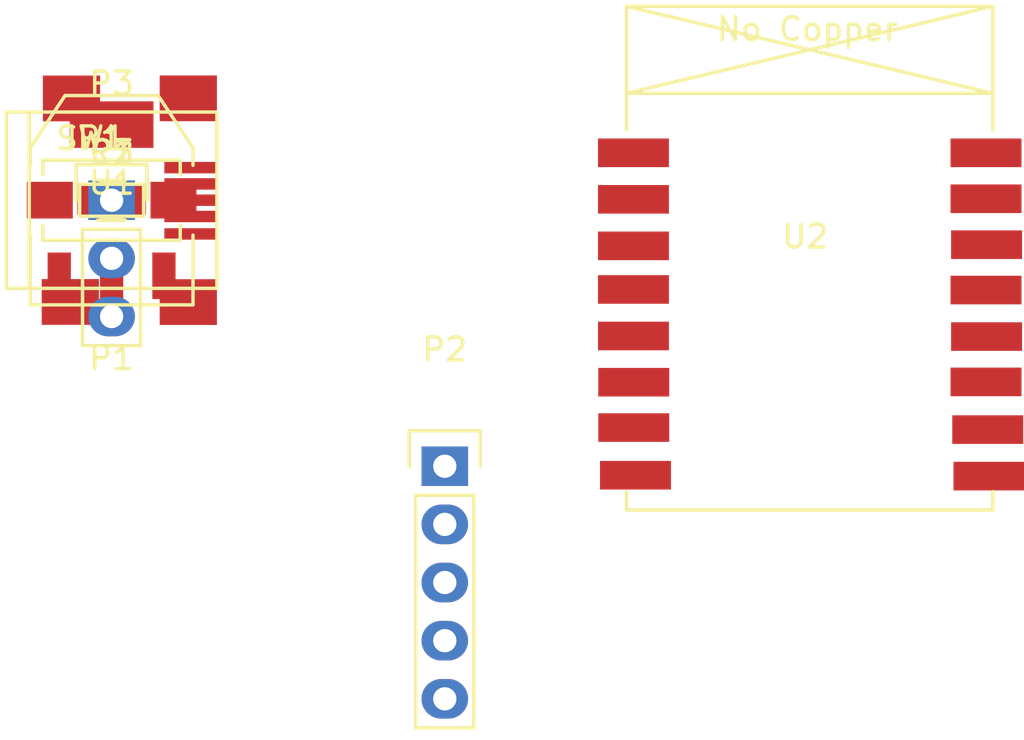
<source format=kicad_pcb>
(kicad_pcb (version 4) (host pcbnew 4.0.4-stable)

  (general
    (links 31)
    (no_connects 27)
    (area 0 0 0 0)
    (thickness 1.6)
    (drawings 0)
    (tracks 0)
    (zones 0)
    (modules 12)
    (nets 12)
  )

  (page A4)
  (layers
    (0 F.Cu signal)
    (31 B.Cu signal)
    (32 B.Adhes user)
    (33 F.Adhes user)
    (34 B.Paste user)
    (35 F.Paste user)
    (36 B.SilkS user)
    (37 F.SilkS user)
    (38 B.Mask user)
    (39 F.Mask user)
    (40 Dwgs.User user)
    (41 Cmts.User user)
    (42 Eco1.User user)
    (43 Eco2.User user)
    (44 Edge.Cuts user)
    (45 Margin user)
    (46 B.CrtYd user)
    (47 F.CrtYd user)
    (48 B.Fab user)
    (49 F.Fab user)
  )

  (setup
    (last_trace_width 0.25)
    (trace_clearance 0.2)
    (zone_clearance 0.508)
    (zone_45_only no)
    (trace_min 0.2)
    (segment_width 0.2)
    (edge_width 0.15)
    (via_size 0.6)
    (via_drill 0.4)
    (via_min_size 0.4)
    (via_min_drill 0.3)
    (uvia_size 0.3)
    (uvia_drill 0.1)
    (uvias_allowed no)
    (uvia_min_size 0.2)
    (uvia_min_drill 0.1)
    (pcb_text_width 0.3)
    (pcb_text_size 1.5 1.5)
    (mod_edge_width 0.15)
    (mod_text_size 1 1)
    (mod_text_width 0.15)
    (pad_size 1.524 1.524)
    (pad_drill 0.762)
    (pad_to_mask_clearance 0.2)
    (aux_axis_origin 0 0)
    (visible_elements FFFFFF7F)
    (pcbplotparams
      (layerselection 0x00030_80000001)
      (usegerberextensions false)
      (excludeedgelayer true)
      (linewidth 0.100000)
      (plotframeref false)
      (viasonmask false)
      (mode 1)
      (useauxorigin false)
      (hpglpennumber 1)
      (hpglpenspeed 20)
      (hpglpendiameter 15)
      (hpglpenoverlay 2)
      (psnegative false)
      (psa4output false)
      (plotreference true)
      (plotvalue true)
      (plotinvisibletext false)
      (padsonsilk false)
      (subtractmaskfromsilk false)
      (outputformat 1)
      (mirror false)
      (drillshape 1)
      (scaleselection 1)
      (outputdirectory ""))
  )

  (net 0 "")
  (net 1 +5V)
  (net 2 GND)
  (net 3 VCC)
  (net 4 "Net-(JP1-Pad1)")
  (net 5 SCLK)
  (net 6 MISO)
  (net 7 SS)
  (net 8 RX)
  (net 9 TX)
  (net 10 "Net-(R1-Pad1)")
  (net 11 "Net-(R3-Pad2)")

  (net_class Default "This is the default net class."
    (clearance 0.2)
    (trace_width 0.25)
    (via_dia 0.6)
    (via_drill 0.4)
    (uvia_dia 0.3)
    (uvia_drill 0.1)
    (add_net +5V)
    (add_net GND)
    (add_net MISO)
    (add_net "Net-(JP1-Pad1)")
    (add_net "Net-(R1-Pad1)")
    (add_net "Net-(R3-Pad2)")
    (add_net RX)
    (add_net SCLK)
    (add_net SS)
    (add_net TX)
    (add_net VCC)
  )

  (module Capacitors_SMD:C_0805 (layer F.Cu) (tedit 5415D6EA) (tstamp 583B2021)
    (at 148.5011 105.0036)
    (descr "Capacitor SMD 0805, reflow soldering, AVX (see smccp.pdf)")
    (tags "capacitor 0805")
    (path /5824E356)
    (attr smd)
    (fp_text reference C1 (at 0 -2.1) (layer F.SilkS)
      (effects (font (size 1 1) (thickness 0.15)))
    )
    (fp_text value C (at 0 2.1) (layer F.Fab)
      (effects (font (size 1 1) (thickness 0.15)))
    )
    (fp_line (start -1 0.625) (end -1 -0.625) (layer F.Fab) (width 0.15))
    (fp_line (start 1 0.625) (end -1 0.625) (layer F.Fab) (width 0.15))
    (fp_line (start 1 -0.625) (end 1 0.625) (layer F.Fab) (width 0.15))
    (fp_line (start -1 -0.625) (end 1 -0.625) (layer F.Fab) (width 0.15))
    (fp_line (start -1.8 -1) (end 1.8 -1) (layer F.CrtYd) (width 0.05))
    (fp_line (start -1.8 1) (end 1.8 1) (layer F.CrtYd) (width 0.05))
    (fp_line (start -1.8 -1) (end -1.8 1) (layer F.CrtYd) (width 0.05))
    (fp_line (start 1.8 -1) (end 1.8 1) (layer F.CrtYd) (width 0.05))
    (fp_line (start 0.5 -0.85) (end -0.5 -0.85) (layer F.SilkS) (width 0.15))
    (fp_line (start -0.5 0.85) (end 0.5 0.85) (layer F.SilkS) (width 0.15))
    (pad 1 smd rect (at -1 0) (size 1 1.25) (layers F.Cu F.Paste F.Mask)
      (net 1 +5V))
    (pad 2 smd rect (at 1 0) (size 1 1.25) (layers F.Cu F.Paste F.Mask)
      (net 2 GND))
    (model Capacitors_SMD.3dshapes/C_0805.wrl
      (at (xyz 0 0 0))
      (scale (xyz 1 1 1))
      (rotate (xyz 0 0 0))
    )
  )

  (module Capacitors_SMD:C_0805 (layer F.Cu) (tedit 5415D6EA) (tstamp 583B2027)
    (at 148.5011 105.0036)
    (descr "Capacitor SMD 0805, reflow soldering, AVX (see smccp.pdf)")
    (tags "capacitor 0805")
    (path /5824E3C5)
    (attr smd)
    (fp_text reference C2 (at 0 -2.1) (layer F.SilkS)
      (effects (font (size 1 1) (thickness 0.15)))
    )
    (fp_text value C (at 0 2.1) (layer F.Fab)
      (effects (font (size 1 1) (thickness 0.15)))
    )
    (fp_line (start -1 0.625) (end -1 -0.625) (layer F.Fab) (width 0.15))
    (fp_line (start 1 0.625) (end -1 0.625) (layer F.Fab) (width 0.15))
    (fp_line (start 1 -0.625) (end 1 0.625) (layer F.Fab) (width 0.15))
    (fp_line (start -1 -0.625) (end 1 -0.625) (layer F.Fab) (width 0.15))
    (fp_line (start -1.8 -1) (end 1.8 -1) (layer F.CrtYd) (width 0.05))
    (fp_line (start -1.8 1) (end 1.8 1) (layer F.CrtYd) (width 0.05))
    (fp_line (start -1.8 -1) (end -1.8 1) (layer F.CrtYd) (width 0.05))
    (fp_line (start 1.8 -1) (end 1.8 1) (layer F.CrtYd) (width 0.05))
    (fp_line (start 0.5 -0.85) (end -0.5 -0.85) (layer F.SilkS) (width 0.15))
    (fp_line (start -0.5 0.85) (end 0.5 0.85) (layer F.SilkS) (width 0.15))
    (pad 1 smd rect (at -1 0) (size 1 1.25) (layers F.Cu F.Paste F.Mask)
      (net 3 VCC))
    (pad 2 smd rect (at 1 0) (size 1 1.25) (layers F.Cu F.Paste F.Mask)
      (net 2 GND))
    (model Capacitors_SMD.3dshapes/C_0805.wrl
      (at (xyz 0 0 0))
      (scale (xyz 1 1 1))
      (rotate (xyz 0 0 0))
    )
  )

  (module Buttons_Switches_SMD:SW_SPST_EVQPE1 (layer F.Cu) (tedit 5788B2FA) (tstamp 583B202D)
    (at 148.5011 105.0036)
    (descr "Light Touch Switch")
    (path /5824DC06)
    (attr smd)
    (fp_text reference JP1 (at -0.9 -2.7) (layer F.SilkS)
      (effects (font (size 1 1) (thickness 0.15)))
    )
    (fp_text value "F Reset" (at 0 3) (layer F.Fab)
      (effects (font (size 1 1) (thickness 0.15)))
    )
    (fp_line (start -1.4 -0.7) (end 1.4 -0.7) (layer F.SilkS) (width 0.15))
    (fp_line (start 1.4 -0.7) (end 1.4 0.7) (layer F.SilkS) (width 0.15))
    (fp_line (start 1.4 0.7) (end -1.4 0.7) (layer F.SilkS) (width 0.15))
    (fp_line (start -1.4 0.7) (end -1.4 -0.7) (layer F.SilkS) (width 0.15))
    (fp_line (start -3.95 -2) (end 3.95 -2) (layer F.CrtYd) (width 0.05))
    (fp_line (start 3.95 -2) (end 3.95 2) (layer F.CrtYd) (width 0.05))
    (fp_line (start 3.95 2) (end -3.95 2) (layer F.CrtYd) (width 0.05))
    (fp_line (start -3.95 2) (end -3.95 -2) (layer F.CrtYd) (width 0.05))
    (fp_line (start 3 -1.75) (end 3 -1.1) (layer F.SilkS) (width 0.15))
    (fp_line (start 3 1.75) (end 3 1.1) (layer F.SilkS) (width 0.15))
    (fp_line (start -3 1.1) (end -3 1.75) (layer F.SilkS) (width 0.15))
    (fp_line (start -3 -1.75) (end -3 -1.1) (layer F.SilkS) (width 0.15))
    (fp_line (start 3 -1.75) (end -3 -1.75) (layer F.SilkS) (width 0.15))
    (fp_line (start -3 1.75) (end 3 1.75) (layer F.SilkS) (width 0.15))
    (pad 2 smd rect (at 2.7 0) (size 2 1.6) (layers F.Cu F.Paste F.Mask)
      (net 2 GND))
    (pad 1 smd rect (at -2.7 0) (size 2 1.6) (layers F.Cu F.Paste F.Mask)
      (net 4 "Net-(JP1-Pad1)"))
  )

  (module ASKicadLib:USB_Mini-B_AS (layer F.Cu) (tedit 58172382) (tstamp 583B203A)
    (at 148.5011 105.0036)
    (descr "USB Mini-B 5-pin SMD connector")
    (tags "USB USB_B USB_Mini connector")
    (path /5824E589)
    (attr smd)
    (fp_text reference P1 (at 0 6.90118) (layer F.SilkS)
      (effects (font (size 1 1) (thickness 0.15)))
    )
    (fp_text value Power (at 0 -7.0993) (layer F.Fab)
      (effects (font (size 1 1) (thickness 0.15)))
    )
    (fp_line (start -4.85 -5.7) (end 4.85 -5.7) (layer F.CrtYd) (width 0.05))
    (fp_line (start 4.85 -5.7) (end 4.85 5.7) (layer F.CrtYd) (width 0.05))
    (fp_line (start 4.85 5.7) (end -4.85 5.7) (layer F.CrtYd) (width 0.05))
    (fp_line (start -4.85 5.7) (end -4.85 -5.7) (layer F.CrtYd) (width 0.05))
    (fp_line (start -3.59918 -3.85064) (end -3.59918 3.85064) (layer F.SilkS) (width 0.15))
    (fp_line (start -4.59994 -3.85064) (end -4.59994 3.85064) (layer F.SilkS) (width 0.15))
    (fp_line (start -4.59994 3.85064) (end 4.59994 3.85064) (layer F.SilkS) (width 0.15))
    (fp_line (start 4.59994 3.85064) (end 4.59994 -3.85064) (layer F.SilkS) (width 0.15))
    (fp_line (start 4.59994 -3.85064) (end -4.59994 -3.85064) (layer F.SilkS) (width 0.15))
    (pad 1 smd rect (at 3.4544 -1.4224) (size 2.30124 0.50038) (layers F.Cu F.Paste F.Mask)
      (net 1 +5V))
    (pad 2 smd rect (at 3.4544 -0.7112) (size 2.30124 0.50038) (layers F.Cu F.Paste F.Mask))
    (pad 3 smd rect (at 3.4544 0) (size 2.30124 0.50038) (layers F.Cu F.Paste F.Mask))
    (pad 4 smd rect (at 3.4544 0.7112) (size 2.30124 0.50038) (layers F.Cu F.Paste F.Mask))
    (pad 5 smd rect (at 3.4544 1.4732) (size 2.30124 0.50038) (layers F.Cu F.Paste F.Mask)
      (net 2 GND))
    (pad 6 smd rect (at 3.35026 -4.45008) (size 2.49936 1.99898) (layers F.Cu F.Paste F.Mask)
      (net 2 GND))
    (pad 6 smd rect (at -1.7526 -4.445) (size 2.49936 1.99898) (layers F.Cu F.Paste F.Mask)
      (net 2 GND))
    (pad 6 smd rect (at 3.35026 4.45008) (size 2.49936 1.99898) (layers F.Cu F.Paste F.Mask)
      (net 2 GND))
    (pad 6 smd rect (at -1.8034 4.445) (size 2.49936 1.99898) (layers F.Cu F.Paste F.Mask)
      (net 2 GND))
  )

  (module Pin_Headers:Pin_Header_Straight_1x05 (layer F.Cu) (tedit 54EA0684) (tstamp 583B2043)
    (at 163.0553 116.6241)
    (descr "Through hole pin header")
    (tags "pin header")
    (path /5824E6C8)
    (fp_text reference P2 (at 0 -5.1) (layer F.SilkS)
      (effects (font (size 1 1) (thickness 0.15)))
    )
    (fp_text value Audio (at 0 -3.1) (layer F.Fab)
      (effects (font (size 1 1) (thickness 0.15)))
    )
    (fp_line (start -1.55 0) (end -1.55 -1.55) (layer F.SilkS) (width 0.15))
    (fp_line (start -1.55 -1.55) (end 1.55 -1.55) (layer F.SilkS) (width 0.15))
    (fp_line (start 1.55 -1.55) (end 1.55 0) (layer F.SilkS) (width 0.15))
    (fp_line (start -1.75 -1.75) (end -1.75 11.95) (layer F.CrtYd) (width 0.05))
    (fp_line (start 1.75 -1.75) (end 1.75 11.95) (layer F.CrtYd) (width 0.05))
    (fp_line (start -1.75 -1.75) (end 1.75 -1.75) (layer F.CrtYd) (width 0.05))
    (fp_line (start -1.75 11.95) (end 1.75 11.95) (layer F.CrtYd) (width 0.05))
    (fp_line (start 1.27 1.27) (end 1.27 11.43) (layer F.SilkS) (width 0.15))
    (fp_line (start 1.27 11.43) (end -1.27 11.43) (layer F.SilkS) (width 0.15))
    (fp_line (start -1.27 11.43) (end -1.27 1.27) (layer F.SilkS) (width 0.15))
    (fp_line (start 1.27 1.27) (end -1.27 1.27) (layer F.SilkS) (width 0.15))
    (pad 1 thru_hole rect (at 0 0) (size 2.032 1.7272) (drill 1.016) (layers *.Cu *.Mask)
      (net 2 GND))
    (pad 2 thru_hole oval (at 0 2.54) (size 2.032 1.7272) (drill 1.016) (layers *.Cu *.Mask)
      (net 5 SCLK))
    (pad 3 thru_hole oval (at 0 5.08) (size 2.032 1.7272) (drill 1.016) (layers *.Cu *.Mask)
      (net 6 MISO))
    (pad 4 thru_hole oval (at 0 7.62) (size 2.032 1.7272) (drill 1.016) (layers *.Cu *.Mask)
      (net 7 SS))
    (pad 5 thru_hole oval (at 0 10.16) (size 2.032 1.7272) (drill 1.016) (layers *.Cu *.Mask)
      (net 3 VCC))
    (model Pin_Headers.3dshapes/Pin_Header_Straight_1x05.wrl
      (at (xyz 0 -0.2 0))
      (scale (xyz 1 1 1))
      (rotate (xyz 0 0 90))
    )
  )

  (module Pin_Headers:Pin_Header_Straight_1x03 (layer F.Cu) (tedit 0) (tstamp 583B204A)
    (at 148.5011 105.0036)
    (descr "Through hole pin header")
    (tags "pin header")
    (path /5824E9F1)
    (fp_text reference P3 (at 0 -5.1) (layer F.SilkS)
      (effects (font (size 1 1) (thickness 0.15)))
    )
    (fp_text value Debug (at 0 -3.1) (layer F.Fab)
      (effects (font (size 1 1) (thickness 0.15)))
    )
    (fp_line (start -1.75 -1.75) (end -1.75 6.85) (layer F.CrtYd) (width 0.05))
    (fp_line (start 1.75 -1.75) (end 1.75 6.85) (layer F.CrtYd) (width 0.05))
    (fp_line (start -1.75 -1.75) (end 1.75 -1.75) (layer F.CrtYd) (width 0.05))
    (fp_line (start -1.75 6.85) (end 1.75 6.85) (layer F.CrtYd) (width 0.05))
    (fp_line (start -1.27 1.27) (end -1.27 6.35) (layer F.SilkS) (width 0.15))
    (fp_line (start -1.27 6.35) (end 1.27 6.35) (layer F.SilkS) (width 0.15))
    (fp_line (start 1.27 6.35) (end 1.27 1.27) (layer F.SilkS) (width 0.15))
    (fp_line (start 1.55 -1.55) (end 1.55 0) (layer F.SilkS) (width 0.15))
    (fp_line (start 1.27 1.27) (end -1.27 1.27) (layer F.SilkS) (width 0.15))
    (fp_line (start -1.55 0) (end -1.55 -1.55) (layer F.SilkS) (width 0.15))
    (fp_line (start -1.55 -1.55) (end 1.55 -1.55) (layer F.SilkS) (width 0.15))
    (pad 1 thru_hole rect (at 0 0) (size 2.032 1.7272) (drill 1.016) (layers *.Cu *.Mask)
      (net 2 GND))
    (pad 2 thru_hole oval (at 0 2.54) (size 2.032 1.7272) (drill 1.016) (layers *.Cu *.Mask)
      (net 8 RX))
    (pad 3 thru_hole oval (at 0 5.08) (size 2.032 1.7272) (drill 1.016) (layers *.Cu *.Mask)
      (net 9 TX))
    (model Pin_Headers.3dshapes/Pin_Header_Straight_1x03.wrl
      (at (xyz 0 -0.1 0))
      (scale (xyz 1 1 1))
      (rotate (xyz 0 0 90))
    )
  )

  (module Resistors_SMD:R_0805 (layer F.Cu) (tedit 58307B54) (tstamp 583B2050)
    (at 148.5011 105.0036)
    (descr "Resistor SMD 0805, reflow soldering, Vishay (see dcrcw.pdf)")
    (tags "resistor 0805")
    (path /5824D0BF)
    (attr smd)
    (fp_text reference R1 (at 0 -2.1) (layer F.SilkS)
      (effects (font (size 1 1) (thickness 0.15)))
    )
    (fp_text value 10k (at 0 2.1) (layer F.Fab)
      (effects (font (size 1 1) (thickness 0.15)))
    )
    (fp_line (start -1 0.625) (end -1 -0.625) (layer F.Fab) (width 0.1))
    (fp_line (start 1 0.625) (end -1 0.625) (layer F.Fab) (width 0.1))
    (fp_line (start 1 -0.625) (end 1 0.625) (layer F.Fab) (width 0.1))
    (fp_line (start -1 -0.625) (end 1 -0.625) (layer F.Fab) (width 0.1))
    (fp_line (start -1.6 -1) (end 1.6 -1) (layer F.CrtYd) (width 0.05))
    (fp_line (start -1.6 1) (end 1.6 1) (layer F.CrtYd) (width 0.05))
    (fp_line (start -1.6 -1) (end -1.6 1) (layer F.CrtYd) (width 0.05))
    (fp_line (start 1.6 -1) (end 1.6 1) (layer F.CrtYd) (width 0.05))
    (fp_line (start 0.6 0.875) (end -0.6 0.875) (layer F.SilkS) (width 0.15))
    (fp_line (start -0.6 -0.875) (end 0.6 -0.875) (layer F.SilkS) (width 0.15))
    (pad 1 smd rect (at -0.95 0) (size 0.7 1.3) (layers F.Cu F.Paste F.Mask)
      (net 10 "Net-(R1-Pad1)"))
    (pad 2 smd rect (at 0.95 0) (size 0.7 1.3) (layers F.Cu F.Paste F.Mask)
      (net 3 VCC))
    (model Resistors_SMD.3dshapes/R_0805.wrl
      (at (xyz 0 0 0))
      (scale (xyz 1 1 1))
      (rotate (xyz 0 0 0))
    )
  )

  (module Resistors_SMD:R_0805 (layer F.Cu) (tedit 58307B54) (tstamp 583B2056)
    (at 148.5011 105.0036)
    (descr "Resistor SMD 0805, reflow soldering, Vishay (see dcrcw.pdf)")
    (tags "resistor 0805")
    (path /5824D172)
    (attr smd)
    (fp_text reference R2 (at 0 -2.1) (layer F.SilkS)
      (effects (font (size 1 1) (thickness 0.15)))
    )
    (fp_text value 10k (at 0 2.1) (layer F.Fab)
      (effects (font (size 1 1) (thickness 0.15)))
    )
    (fp_line (start -1 0.625) (end -1 -0.625) (layer F.Fab) (width 0.1))
    (fp_line (start 1 0.625) (end -1 0.625) (layer F.Fab) (width 0.1))
    (fp_line (start 1 -0.625) (end 1 0.625) (layer F.Fab) (width 0.1))
    (fp_line (start -1 -0.625) (end 1 -0.625) (layer F.Fab) (width 0.1))
    (fp_line (start -1.6 -1) (end 1.6 -1) (layer F.CrtYd) (width 0.05))
    (fp_line (start -1.6 1) (end 1.6 1) (layer F.CrtYd) (width 0.05))
    (fp_line (start -1.6 -1) (end -1.6 1) (layer F.CrtYd) (width 0.05))
    (fp_line (start 1.6 -1) (end 1.6 1) (layer F.CrtYd) (width 0.05))
    (fp_line (start 0.6 0.875) (end -0.6 0.875) (layer F.SilkS) (width 0.15))
    (fp_line (start -0.6 -0.875) (end 0.6 -0.875) (layer F.SilkS) (width 0.15))
    (pad 1 smd rect (at -0.95 0) (size 0.7 1.3) (layers F.Cu F.Paste F.Mask)
      (net 7 SS))
    (pad 2 smd rect (at 0.95 0) (size 0.7 1.3) (layers F.Cu F.Paste F.Mask)
      (net 2 GND))
    (model Resistors_SMD.3dshapes/R_0805.wrl
      (at (xyz 0 0 0))
      (scale (xyz 1 1 1))
      (rotate (xyz 0 0 0))
    )
  )

  (module Resistors_SMD:R_0805 (layer F.Cu) (tedit 58307B54) (tstamp 583B205C)
    (at 148.5011 105.0036)
    (descr "Resistor SMD 0805, reflow soldering, Vishay (see dcrcw.pdf)")
    (tags "resistor 0805")
    (path /5824DE0A)
    (attr smd)
    (fp_text reference R3 (at 0 -2.1) (layer F.SilkS)
      (effects (font (size 1 1) (thickness 0.15)))
    )
    (fp_text value 10k (at 0 2.1) (layer F.Fab)
      (effects (font (size 1 1) (thickness 0.15)))
    )
    (fp_line (start -1 0.625) (end -1 -0.625) (layer F.Fab) (width 0.1))
    (fp_line (start 1 0.625) (end -1 0.625) (layer F.Fab) (width 0.1))
    (fp_line (start 1 -0.625) (end 1 0.625) (layer F.Fab) (width 0.1))
    (fp_line (start -1 -0.625) (end 1 -0.625) (layer F.Fab) (width 0.1))
    (fp_line (start -1.6 -1) (end 1.6 -1) (layer F.CrtYd) (width 0.05))
    (fp_line (start -1.6 1) (end 1.6 1) (layer F.CrtYd) (width 0.05))
    (fp_line (start -1.6 -1) (end -1.6 1) (layer F.CrtYd) (width 0.05))
    (fp_line (start 1.6 -1) (end 1.6 1) (layer F.CrtYd) (width 0.05))
    (fp_line (start 0.6 0.875) (end -0.6 0.875) (layer F.SilkS) (width 0.15))
    (fp_line (start -0.6 -0.875) (end 0.6 -0.875) (layer F.SilkS) (width 0.15))
    (pad 1 smd rect (at -0.95 0) (size 0.7 1.3) (layers F.Cu F.Paste F.Mask)
      (net 2 GND))
    (pad 2 smd rect (at 0.95 0) (size 0.7 1.3) (layers F.Cu F.Paste F.Mask)
      (net 11 "Net-(R3-Pad2)"))
    (model Resistors_SMD.3dshapes/R_0805.wrl
      (at (xyz 0 0 0))
      (scale (xyz 1 1 1))
      (rotate (xyz 0 0 0))
    )
  )

  (module Buttons_Switches_SMD:SW_SPST_EVQPE1 (layer F.Cu) (tedit 5788B2FA) (tstamp 583B2062)
    (at 148.5011 105.0036)
    (descr "Light Touch Switch")
    (path /5824DEE2)
    (attr smd)
    (fp_text reference SW1 (at -0.9 -2.7) (layer F.SilkS)
      (effects (font (size 1 1) (thickness 0.15)))
    )
    (fp_text value SW_PUSH (at 0 3) (layer F.Fab)
      (effects (font (size 1 1) (thickness 0.15)))
    )
    (fp_line (start -1.4 -0.7) (end 1.4 -0.7) (layer F.SilkS) (width 0.15))
    (fp_line (start 1.4 -0.7) (end 1.4 0.7) (layer F.SilkS) (width 0.15))
    (fp_line (start 1.4 0.7) (end -1.4 0.7) (layer F.SilkS) (width 0.15))
    (fp_line (start -1.4 0.7) (end -1.4 -0.7) (layer F.SilkS) (width 0.15))
    (fp_line (start -3.95 -2) (end 3.95 -2) (layer F.CrtYd) (width 0.05))
    (fp_line (start 3.95 -2) (end 3.95 2) (layer F.CrtYd) (width 0.05))
    (fp_line (start 3.95 2) (end -3.95 2) (layer F.CrtYd) (width 0.05))
    (fp_line (start -3.95 2) (end -3.95 -2) (layer F.CrtYd) (width 0.05))
    (fp_line (start 3 -1.75) (end 3 -1.1) (layer F.SilkS) (width 0.15))
    (fp_line (start 3 1.75) (end 3 1.1) (layer F.SilkS) (width 0.15))
    (fp_line (start -3 1.1) (end -3 1.75) (layer F.SilkS) (width 0.15))
    (fp_line (start -3 -1.75) (end -3 -1.1) (layer F.SilkS) (width 0.15))
    (fp_line (start 3 -1.75) (end -3 -1.75) (layer F.SilkS) (width 0.15))
    (fp_line (start -3 1.75) (end 3 1.75) (layer F.SilkS) (width 0.15))
    (pad 2 smd rect (at 2.7 0) (size 2 1.6) (layers F.Cu F.Paste F.Mask)
      (net 3 VCC))
    (pad 1 smd rect (at -2.7 0) (size 2 1.6) (layers F.Cu F.Paste F.Mask)
      (net 11 "Net-(R3-Pad2)"))
  )

  (module TO_SOT_Packages_SMD:SOT-223 (layer F.Cu) (tedit 0) (tstamp 583B206A)
    (at 148.5011 105.0036)
    (descr "module CMS SOT223 4 pins")
    (tags "CMS SOT")
    (path /5824E18B)
    (attr smd)
    (fp_text reference U1 (at 0 -0.762) (layer F.SilkS)
      (effects (font (size 1 1) (thickness 0.15)))
    )
    (fp_text value LM1117-3.3 (at 0 0.762) (layer F.Fab)
      (effects (font (size 1 1) (thickness 0.15)))
    )
    (fp_line (start -3.556 1.524) (end -3.556 4.572) (layer F.SilkS) (width 0.15))
    (fp_line (start -3.556 4.572) (end 3.556 4.572) (layer F.SilkS) (width 0.15))
    (fp_line (start 3.556 4.572) (end 3.556 1.524) (layer F.SilkS) (width 0.15))
    (fp_line (start -3.556 -1.524) (end -3.556 -2.286) (layer F.SilkS) (width 0.15))
    (fp_line (start -3.556 -2.286) (end -2.032 -4.572) (layer F.SilkS) (width 0.15))
    (fp_line (start -2.032 -4.572) (end 2.032 -4.572) (layer F.SilkS) (width 0.15))
    (fp_line (start 2.032 -4.572) (end 3.556 -2.286) (layer F.SilkS) (width 0.15))
    (fp_line (start 3.556 -2.286) (end 3.556 -1.524) (layer F.SilkS) (width 0.15))
    (pad 4 smd rect (at 0 -3.302) (size 3.6576 2.032) (layers F.Cu F.Paste F.Mask)
      (net 3 VCC))
    (pad 2 smd rect (at 0 3.302) (size 1.016 2.032) (layers F.Cu F.Paste F.Mask)
      (net 3 VCC))
    (pad 3 smd rect (at 2.286 3.302) (size 1.016 2.032) (layers F.Cu F.Paste F.Mask)
      (net 1 +5V))
    (pad 1 smd rect (at -2.286 3.302) (size 1.016 2.032) (layers F.Cu F.Paste F.Mask)
      (net 2 GND))
    (model TO_SOT_Packages_SMD.3dshapes/SOT-223.wrl
      (at (xyz 0 0 0))
      (scale (xyz 0.4 0.4 0.4))
      (rotate (xyz 0 0 0))
    )
  )

  (module dev_02_kicad:ESP-07v2 (layer F.Cu) (tedit 57F3FC98) (tstamp 583B207E)
    (at 171.9961 102.9335)
    (descr "Module, ESP-8266, ESP-07v2, 16 pad, SMD")
    (tags "Module ESP-8266 ESP8266")
    (path /5824CC2A)
    (fp_text reference U2 (at 6.8072 3.6576 180) (layer F.SilkS)
      (effects (font (size 1 1) (thickness 0.15)))
    )
    (fp_text value ESP-07v2 (at 7.25 2.25) (layer F.Fab)
      (effects (font (size 1 1) (thickness 0.15)))
    )
    (fp_line (start -2.25 -0.5) (end -2.25 -6.65) (layer F.CrtYd) (width 0.05))
    (fp_line (start -2.25 -6.65) (end 16.25 -6.65) (layer F.CrtYd) (width 0.05))
    (fp_line (start 16.25 -6.65) (end 16.25 16) (layer F.CrtYd) (width 0.05))
    (fp_line (start 16.25 16) (end -2.25 16) (layer F.CrtYd) (width 0.05))
    (fp_line (start -2.25 16) (end -2.25 -0.5) (layer F.CrtYd) (width 0.05))
    (fp_line (start -1 -6.4) (end 15 -6.4) (layer F.SilkS) (width 0.1524))
    (fp_line (start 15 -6.4) (end 15 -1) (layer F.SilkS) (width 0.1524))
    (fp_line (start -1 -6.4) (end -1 -1) (layer F.SilkS) (width 0.1524))
    (fp_line (start -1 14.8) (end -1 15.6) (layer F.SilkS) (width 0.1524))
    (fp_line (start -1 15.6) (end 15 15.6) (layer F.SilkS) (width 0.1524))
    (fp_line (start 15 15.6) (end 15 14.8) (layer F.SilkS) (width 0.1524))
    (fp_line (start 15 -6.4) (end -1 -2.6) (layer F.SilkS) (width 0.1524))
    (fp_line (start -1 -6.4) (end 15 -2.6) (layer F.SilkS) (width 0.1524))
    (fp_text user "No Copper" (at 6.892 -5.4) (layer F.SilkS)
      (effects (font (size 1 1) (thickness 0.15)))
    )
    (fp_line (start -1.008 -2.6) (end 14.992 -2.6) (layer F.SilkS) (width 0.1524))
    (fp_line (start 15 -6.4) (end 15 15.6) (layer F.Fab) (width 0.05))
    (fp_line (start 15 15.6) (end -1 15.6) (layer F.Fab) (width 0.05))
    (fp_line (start -1.008 15.6) (end -1.008 -6.4) (layer F.Fab) (width 0.05))
    (fp_line (start -1 -6.4) (end 15 -6.4) (layer F.Fab) (width 0.05))
    (pad 9 smd rect (at 14.127 14.1224) (size 3.1 1.25) (drill (offset 0.7 0)) (layers F.Cu F.Paste F.Mask)
      (net 2 GND))
    (pad 10 smd rect (at 14.0762 12.0904) (size 3.1 1.25) (drill (offset 0.7 0)) (layers F.Cu F.Paste F.Mask)
      (net 7 SS))
    (pad 11 smd rect (at 14 10.0076) (size 3.1 1.25) (drill (offset 0.7 0)) (layers F.Cu F.Paste F.Mask))
    (pad 12 smd rect (at 14.0254 8.0264) (size 3.1 1.25) (drill (offset 0.7 0)) (layers F.Cu F.Paste F.Mask)
      (net 4 "Net-(JP1-Pad1)"))
    (pad 13 smd rect (at 14 5.9944) (size 3.1 1.25) (drill (offset 0.7 0)) (layers F.Cu F.Paste F.Mask))
    (pad 14 smd rect (at 14.0254 4.0132) (size 3.1 1.25) (drill (offset 0.7 0)) (layers F.Cu F.Paste F.Mask)
      (net 11 "Net-(R3-Pad2)"))
    (pad 15 smd rect (at 14 2.0066) (size 3.1 1.25) (drill (offset 0.7 0)) (layers F.Cu F.Paste F.Mask)
      (net 9 TX))
    (pad 8 smd rect (at 0.0889 14.0843) (size 3.1 1.25) (drill (offset -0.7 0)) (layers F.Cu F.Paste F.Mask)
      (net 3 VCC))
    (pad 7 smd rect (at 0.0127 12.0015) (size 3.1 1.25) (drill (offset -0.7 0)) (layers F.Cu F.Paste F.Mask))
    (pad 6 smd rect (at 0.0127 10.0203) (size 3.1 1.25) (drill (offset -0.7 0)) (layers F.Cu F.Paste F.Mask)
      (net 6 MISO))
    (pad 5 smd rect (at 0 8.001) (size 3.1 1.25) (drill (offset -0.7 0)) (layers F.Cu F.Paste F.Mask)
      (net 5 SCLK))
    (pad 4 smd rect (at 0 5.969) (size 3.1 1.25) (drill (offset -0.7 0)) (layers F.Cu F.Paste F.Mask))
    (pad 3 smd rect (at 0 4.064) (size 3.1 1.25) (drill (offset -0.7 0)) (layers F.Cu F.Paste F.Mask)
      (net 10 "Net-(R1-Pad1)"))
    (pad 2 smd rect (at 0 2.032) (size 3.1 1.25) (drill (offset -0.7 0)) (layers F.Cu F.Paste F.Mask))
    (pad 1 smd rect (at 0 0) (size 3.1 1.25) (drill (offset -0.7 0)) (layers F.Cu F.Paste F.Mask))
    (pad 16 smd rect (at 14 0) (size 3.1 1.25) (drill (offset 0.7 0)) (layers F.Cu F.Paste F.Mask)
      (net 8 RX))
    (model ${ESPLIB}/ESP8266.3dshapes/ESP-07v2.wrl
      (at (xyz 0 0 0))
      (scale (xyz 0.3937 0.3937 0.3937))
      (rotate (xyz 0 0 0))
    )
  )

)

</source>
